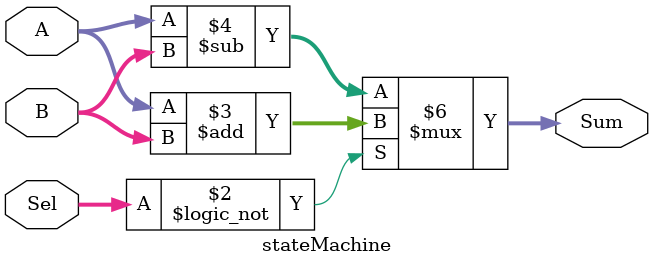
<source format=v>
`timescale 1ns / 1ps


module stateMachine( //adder8bits
    input [7:0] A,
    input [7:0] B,
    input [1:0] Sel,
    output reg [7:0] Sum    
    );
    always @(A,B,Sel)    
            
    #10
    
    if (Sel == 0)
        Sum  = A + B;        
        
    else
        Sum = A - B;

endmodule

</source>
